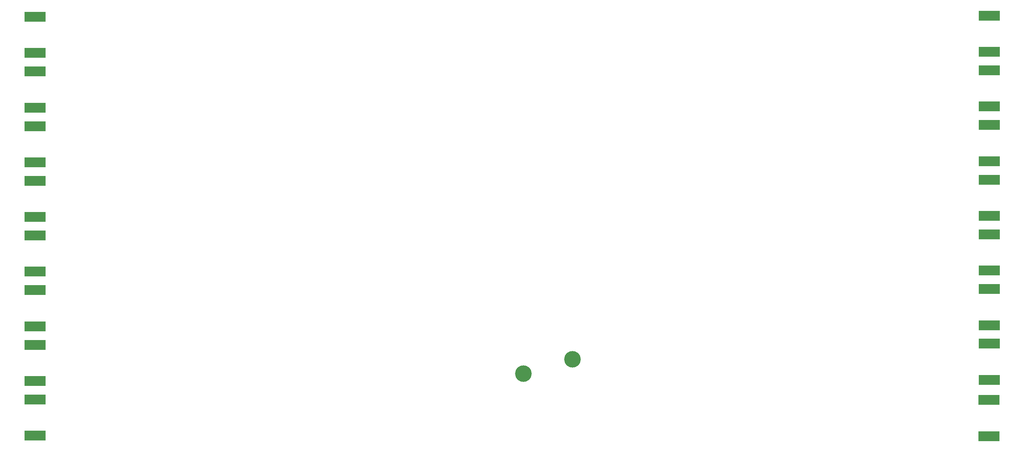
<source format=gbr>
%TF.GenerationSoftware,KiCad,Pcbnew,8.0.3*%
%TF.CreationDate,2024-07-10T09:14:50+07:00*%
%TF.ProjectId,probe,70726f62-652e-46b6-9963-61645f706362,rev?*%
%TF.SameCoordinates,Original*%
%TF.FileFunction,Soldermask,Bot*%
%TF.FilePolarity,Negative*%
%FSLAX46Y46*%
G04 Gerber Fmt 4.6, Leading zero omitted, Abs format (unit mm)*
G04 Created by KiCad (PCBNEW 8.0.3) date 2024-07-10 09:14:50*
%MOMM*%
%LPD*%
G01*
G04 APERTURE LIST*
%ADD10R,5.080000X2.420000*%
%ADD11C,4.000000*%
G04 APERTURE END LIST*
D10*
%TO.C,J6*%
X149250000Y-208020000D03*
X149250000Y-216780000D03*
%TD*%
%TO.C,J2*%
X149250000Y-155100000D03*
X149250000Y-163860000D03*
%TD*%
%TO.C,J16*%
X379680000Y-243380000D03*
X379680000Y-234620000D03*
%TD*%
%TO.C,J5*%
X149250000Y-194790000D03*
X149250000Y-203550000D03*
%TD*%
%TO.C,J12*%
X379720000Y-190045375D03*
X379720000Y-181285375D03*
%TD*%
%TO.C,J3*%
X149250000Y-168330000D03*
X149250000Y-177090000D03*
%TD*%
%TO.C,J8*%
X149250000Y-234480000D03*
X149250000Y-243240000D03*
%TD*%
%TO.C,J11*%
X379720000Y-176815375D03*
X379720000Y-168055375D03*
%TD*%
%TO.C,J13*%
X379720000Y-203275375D03*
X379720000Y-194515375D03*
%TD*%
%TO.C,J15*%
X379720000Y-229735375D03*
X379720000Y-220975375D03*
%TD*%
%TO.C,J1*%
X149250000Y-141870000D03*
X149250000Y-150630000D03*
%TD*%
%TO.C,J14*%
X379720000Y-216505375D03*
X379720000Y-207745375D03*
%TD*%
%TO.C,J4*%
X149250000Y-181560000D03*
X149250000Y-190320000D03*
%TD*%
%TO.C,J7*%
X149250000Y-221250000D03*
X149250000Y-230010000D03*
%TD*%
%TO.C,J9*%
X379720000Y-150355375D03*
X379720000Y-141595375D03*
%TD*%
%TO.C,J10*%
X379720000Y-163585375D03*
X379720000Y-154825375D03*
%TD*%
D11*
%TO.C,Piezo +*%
X267250000Y-228250000D03*
%TD*%
%TO.C,Piezo -*%
X279100000Y-224800000D03*
%TD*%
M02*

</source>
